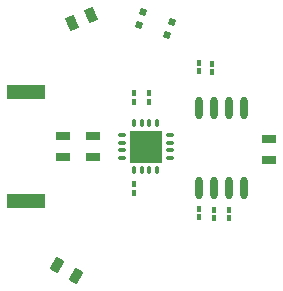
<source format=gtp>
G04*
G04 #@! TF.GenerationSoftware,Altium Limited,Altium Designer,19.1.6 (110)*
G04*
G04 Layer_Color=8421504*
%FSLAX25Y25*%
%MOIN*%
G70*
G01*
G75*
G04:AMPARAMS|DCode=14|XSize=22.44mil|YSize=21.65mil|CornerRadius=0mil|HoleSize=0mil|Usage=FLASHONLY|Rotation=340.000|XOffset=0mil|YOffset=0mil|HoleType=Round|Shape=Rectangle|*
%AMROTATEDRECTD14*
4,1,4,-0.01425,-0.00634,-0.00684,0.01401,0.01425,0.00634,0.00684,-0.01401,-0.01425,-0.00634,0.0*
%
%ADD14ROTATEDRECTD14*%

G04:AMPARAMS|DCode=15|XSize=31.5mil|YSize=47.24mil|CornerRadius=0mil|HoleSize=0mil|Usage=FLASHONLY|Rotation=150.000|XOffset=0mil|YOffset=0mil|HoleType=Round|Shape=Rectangle|*
%AMROTATEDRECTD15*
4,1,4,0.02545,0.01258,0.00183,-0.02833,-0.02545,-0.01258,-0.00183,0.02833,0.02545,0.01258,0.0*
%
%ADD15ROTATEDRECTD15*%

G04:AMPARAMS|DCode=16|XSize=31.5mil|YSize=47.24mil|CornerRadius=0mil|HoleSize=0mil|Usage=FLASHONLY|Rotation=23.000|XOffset=0mil|YOffset=0mil|HoleType=Round|Shape=Rectangle|*
%AMROTATEDRECTD16*
4,1,4,-0.00527,-0.02790,-0.02373,0.01559,0.00527,0.02790,0.02373,-0.01559,-0.00527,-0.02790,0.0*
%
%ADD16ROTATEDRECTD16*%

%ADD17R,0.04724X0.03150*%
%ADD18R,0.01181X0.01968*%
%ADD19R,0.10532X0.10532*%
%ADD20O,0.01181X0.02953*%
%ADD21O,0.02953X0.01181*%
%ADD22R,0.12600X0.05118*%
%ADD23O,0.02362X0.07480*%
D14*
X53564Y100363D02*
D03*
X62998Y96929D02*
D03*
X52002Y96071D02*
D03*
X61436Y92637D02*
D03*
D15*
X24863Y16043D02*
D03*
X31000Y12500D02*
D03*
D16*
X36261Y99384D02*
D03*
X29739Y96616D02*
D03*
D17*
X95500Y50914D02*
D03*
Y58000D02*
D03*
X36838Y51920D02*
D03*
Y59006D02*
D03*
X26838Y51920D02*
D03*
Y59006D02*
D03*
D18*
X77000Y31744D02*
D03*
Y34500D02*
D03*
X82000Y31622D02*
D03*
Y34378D02*
D03*
X72000Y31866D02*
D03*
Y34622D02*
D03*
X55500Y73256D02*
D03*
Y70500D02*
D03*
X50500D02*
D03*
Y73256D02*
D03*
X76409Y82956D02*
D03*
Y80200D02*
D03*
X50500Y40122D02*
D03*
Y42878D02*
D03*
X72000Y83500D02*
D03*
Y80744D02*
D03*
D19*
X54338Y55506D02*
D03*
D20*
X50499Y63478D02*
D03*
X53058D02*
D03*
X55617D02*
D03*
X58176D02*
D03*
Y47534D02*
D03*
X55617D02*
D03*
X53058D02*
D03*
X50499D02*
D03*
D21*
X62310Y59345D02*
D03*
Y56786D02*
D03*
Y54226D02*
D03*
Y51667D02*
D03*
X46365D02*
D03*
Y54226D02*
D03*
Y56786D02*
D03*
Y59345D02*
D03*
D22*
X14338Y37199D02*
D03*
Y73813D02*
D03*
D23*
X87000Y68189D02*
D03*
X82000D02*
D03*
X77000D02*
D03*
X72000D02*
D03*
X87000Y41811D02*
D03*
X82000D02*
D03*
X77000D02*
D03*
X72000D02*
D03*
M02*

</source>
